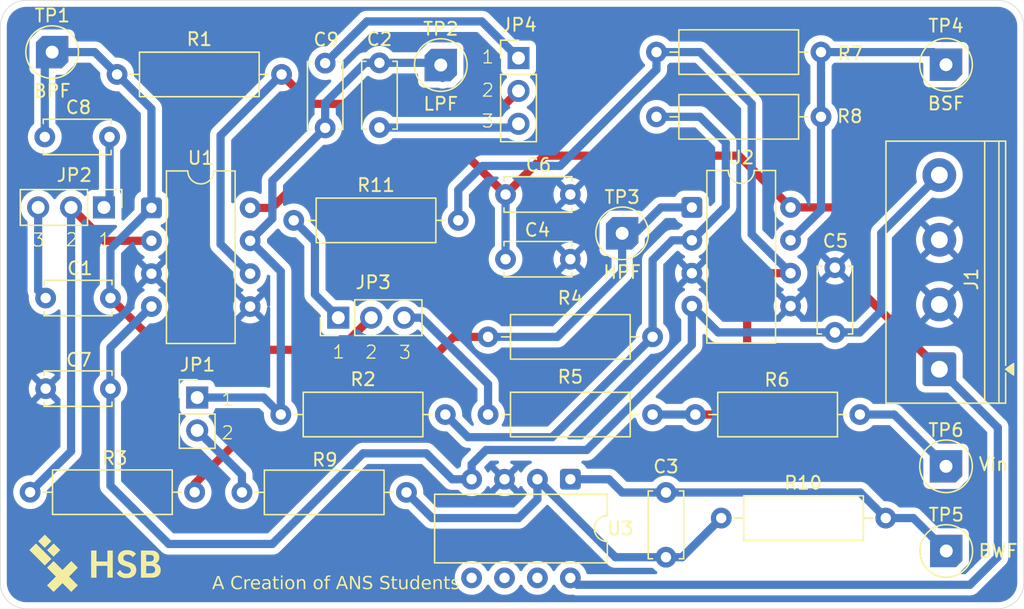
<source format=kicad_pcb>
(kicad_pcb (version 20241229) (generator "pcbnew") (generator_version "9.0")
  (layers (0 "F.Cu" signal) (2 "B.Cu" signal) (13 "F.Paste" user) (15 "B.Paste" user) (5 "F.SilkS" user "F.Silkscreen") (7 "B.SilkS" user "B.Silkscreen") (1 "F.Mask" user) (3 "B.Mask" user) (25 "Edge.Cuts" user))
  (net 0 "")
  (net 1 "Net-(JP2-B)")
  (net 2 "Net-(U2B--)")
  (net 3 "Net-(U3A--)")
  (net 4 "Bout")
  (net 5 "Net-(U2A--)")
  (net 6 "Net-(JP4-B)")
  (net 7 "GND")
  (net 8 "BPF")
  (net 9 "LPF")
  (net 10 "+10V")
  (net 11 "-10V")
  (net 12 "Net-(JP1-B)")
  (net 13 "HPF")
  (net 14 "BSF")
  (net 15 "Vin")
  (net 16 "Net-(JP3-B)")
  (net 17 "Net-(JP3-A)")
  (net 18 "Net-(JP2-A)")
  (net 19 "Net-(JP4-A)")
  (net 20 "Net-(JP2-C)")
  (net 21 "Net-(JP4-C)")
  (footprint "000_Often_Used_Footprints:TestPoint" (layer "F.Cu") (at 97 54)
    (property "Reference" "TP1" (hide yes))
    (property "Value" "BPF" (at 0 3 0) (layer "F.SilkS"))
    (fp_text user "${REFERENCE}" (at 0.011285 -2.819433 0) (layer "F.SilkS"))
    (pad "1" thru_hole roundrect (at 0 0) (size 2.5 2.5) (drill 1) (layers "*.Cu" "*.Mask") (roundrect_rratio 0) (chamfer_ratio 0.2) (chamfer top_left bottom_right) (net 8 "BPF"))
  )
  (footprint "Capacitor_THT:C_Disc_D5.0mm_W2.5mm_P5.00mm" (layer "F.Cu") (at 137 70 180)
    (property "Reference" "C4" (at 2.541703 2.253923 0) (layer "F.SilkS"))
    (property "Value" "100n" (hide yes))
    (pad "1" thru_hole circle (at 0 0 180) (size 1.6 1.6) (drill 0.8) (layers "*.Cu" "*.Mask") (net 7 "GND"))
    (pad "2" thru_hole circle (at 5 0 180) (size 1.6 1.6) (drill 0.8) (layers "*.Cu" "*.Mask") (net 10 "+10V"))
  )
  (footprint "Resistor_THT:R_Axial_DIN0309_L9.0mm_D3.2mm_P12.70mm_Horizontal" (layer "F.Cu") (at 148.65 90)
    (property "Reference" "R10" (at 6.316143 -2.717864 0) (layer "F.SilkS"))
    (property "Value" "{Rval}" (hide yes))
    (pad "1" thru_hole circle (at 0 0) (size 1.6 1.6) (drill 0.8) (layers "*.Cu" "*.Mask") (net 3 "Net-(U3A--)"))
    (pad "2" thru_hole circle (at 12.7 0) (size 1.6 1.6) (drill 0.8) (layers "*.Cu" "*.Mask") (net 4 "Bout"))
  )
  (footprint "Resistor_THT:R_Axial_DIN0309_L9.0mm_D3.2mm_P12.70mm_Horizontal" (layer "F.Cu") (at 102.011483 55.725107)
    (property "Reference" "R1" (at 6.35 -2.72 0) (layer "F.SilkS"))
    (property "Value" "{Rval}" (hide yes))
    (pad "1" thru_hole circle (at 0 0) (size 1.6 1.6) (drill 0.8) (layers "*.Cu" "*.Mask") (net 8 "BPF"))
    (pad "2" thru_hole circle (at 12.7 0) (size 1.6 1.6) (drill 0.8) (layers "*.Cu" "*.Mask") (net 21 "Net-(JP4-C)"))
  )
  (footprint "Resistor_THT:R_Axial_DIN0309_L9.0mm_D3.2mm_P12.70mm_Horizontal" (layer "F.Cu") (at 111.65 88.01446)
    (property "Reference" "R9" (at 6.40202 -2.511021 0) (layer "F.SilkS"))
    (property "Value" "{Rval}" (hide yes))
    (pad "1" thru_hole circle (at 0 0) (size 1.6 1.6) (drill 0.8) (layers "*.Cu" "*.Mask") (net 12 "Net-(JP1-B)"))
    (pad "2" thru_hole circle (at 12.7 0) (size 1.6 1.6) (drill 0.8) (layers "*.Cu" "*.Mask") (net 3 "Net-(U3A--)"))
  )
  (footprint "Capacitor_THT:C_Disc_D5.0mm_W2.5mm_P5.00mm" (layer "F.Cu") (at 101.5 80 180)
    (property "Reference" "C7" (at 2.434796 2.220694 180) (layer "F.SilkS"))
    (property "Value" "100n" (hide yes))
    (pad "1" thru_hole circle (at 0 0 180) (size 1.6 1.6) (drill 0.8) (layers "*.Cu" "*.Mask") (net 11 "-10V"))
    (pad "2" thru_hole circle (at 5 0 180) (size 1.6 1.6) (drill 0.8) (layers "*.Cu" "*.Mask") (net 7 "GND"))
  )
  (footprint "000_Often_Used_Footprints:TestPoint" (layer "F.Cu") (at 166 86)
    (property "Reference" "TP6" (hide yes))
    (property "Value" "Vin" (at 3.65649 -0.162055 0) (layer "F.SilkS"))
    (fp_text user "${REFERENCE}" (at 0 -2.794 0) (layer "F.SilkS"))
    (pad "1" thru_hole roundrect (at 0 0) (size 2.5 2.5) (drill 1) (layers "*.Cu" "*.Mask") (roundrect_rratio 0) (chamfer_ratio 0.2) (chamfer top_left bottom_right) (net 15 "Vin"))
  )
  (footprint "000_Often_Used_Footprints:TestPoint" (layer "F.Cu") (at 166.021252 92.540084)
    (property "Reference" "TP5" (hide yes))
    (property "Value" "BWF" (at 4 0 0) (layer "F.SilkS"))
    (fp_text user "${REFERENCE}" (at 0 -2.794 0) (layer "F.SilkS"))
    (pad "1" thru_hole roundrect (at 0 0) (size 2.5 2.5) (drill 1) (layers "*.Cu" "*.Mask") (roundrect_rratio 0) (chamfer_ratio 0.2) (chamfer top_left bottom_right) (net 4 "Bout"))
  )
  (footprint "TerminalBlock_Phoenix:TerminalBlock_Phoenix_PT-1,5-4-5.0-H_1x04_P5.00mm_Horizontal" (layer "F.Cu") (at 165.485449 78.5 90)
    (property "Reference" "J1" (at 6.956003 2.475024 90) (layer "F.SilkS"))
    (property "Value" "Screw_Terminal_01x04" (hide yes))
    (pad "1" thru_hole roundrect (at 0 0 90) (size 2.6 2.6) (drill 1.3) (layers "*.Cu" "*.Mask") (roundrect_rratio 0.096154) (net 10 "+10V"))
    (pad "2" thru_hole circle (at 5 0 90) (size 2.6 2.6) (drill 1.3) (layers "*.Cu" "*.Mask") (net 7 "GND"))
    (pad "3" thru_hole circle (at 10 0 90) (size 2.6 2.6) (drill 1.3) (layers "*.Cu" "*.Mask") (net 7 "GND"))
    (pad "4" thru_hole circle (at 15 0 90) (size 2.6 2.6) (drill 1.3) (layers "*.Cu" "*.Mask") (net 11 "-10V"))
  )
  (footprint "Resistor_THT:R_Axial_DIN0309_L9.0mm_D3.2mm_P12.70mm_Horizontal" (layer "F.Cu") (at 115.65 67)
    (property "Reference" "R11" (at 6.35 -2.72 0) (layer "F.SilkS"))
    (property "Value" "{Rval}" (hide yes))
    (pad "1" thru_hole circle (at 0 0) (size 1.6 1.6) (drill 0.8) (layers "*.Cu" "*.Mask") (net 17 "Net-(JP3-A)"))
    (pad "2" thru_hole circle (at 12.7 0) (size 1.6 1.6) (drill 0.8) (layers "*.Cu" "*.Mask") (net 2 "Net-(U2B--)"))
  )
  (footprint "Resistor_THT:R_Axial_DIN0309_L9.0mm_D3.2mm_P12.70mm_Horizontal" (layer "F.Cu") (at 143.65 54)
    (property "Reference" "R7" (at 14.966294 0.097162 0) (layer "F.SilkS"))
    (property "Value" "{Rval}" (hide yes))
    (pad "1" thru_hole circle (at 0 0) (size 1.6 1.6) (drill 0.8) (layers "*.Cu" "*.Mask") (net 2 "Net-(U2B--)"))
    (pad "2" thru_hole circle (at 12.7 0) (size 1.6 1.6) (drill 0.8) (layers "*.Cu" "*.Mask") (net 14 "BSF"))
  )
  (footprint "Capacitor_THT:C_Disc_D5.0mm_W2.5mm_P5.00mm" (layer "F.Cu") (at 122.26505 59.830099 90)
    (property "Reference" "C2" (at 6.830099 0 180) (layer "F.SilkS"))
    (property "Value" "{Cval}" (hide yes))
    (pad "1" thru_hole circle (at 0 0 90) (size 1.6 1.6) (drill 0.8) (layers "*.Cu" "*.Mask") (net 6 "Net-(JP4-B)"))
    (pad "2" thru_hole circle (at 5 0 90) (size 1.6 1.6) (drill 0.8) (layers "*.Cu" "*.Mask") (net 9 "LPF"))
  )
  (footprint "Connector_PinHeader_2.54mm:PinHeader_1x03_P2.54mm_Vertical" (layer "F.Cu") (at 119.088045 74.517546 90)
    (property "Reference" "JP3" (at 2.72544 2.696451 180) (layer "F.SilkS"))
    (property "Value" "Jumper_3_Open" (hide yes))
    (pad "1" thru_hole rect (at 0 0 90) (size 1.7 1.7) (drill 1) (layers "*.Cu" "*.Mask") (net 17 "Net-(JP3-A)"))
    (pad "2" thru_hole circle (at 0 2.54 90) (size 1.7 1.7) (drill 1) (layers "*.Cu" "*.Mask") (net 8 "BPF"))
    (pad "3" thru_hole circle (at 0 5.08 90) (size 1.7 1.7) (drill 1) (layers "*.Cu" "*.Mask") (net 16 "Net-(JP3-B)"))
  )
  (footprint "Resistor_THT:R_Axial_DIN0309_L9.0mm_D3.2mm_P12.70mm_Horizontal" (layer "F.Cu") (at 130.65 82)
    (property "Reference" "R5" (at 6.35 -2.908276 0) (layer "F.SilkS"))
    (property "Value" "{Rval}" (hide yes))
    (pad "1" thru_hole circle (at 0 0) (size 1.6 1.6) (drill 0.8) (layers "*.Cu" "*.Mask") (net 16 "Net-(JP3-B)"))
    (pad "2" thru_hole circle (at 12.7 0) (size 1.6 1.6) (drill 0.8) (layers "*.Cu" "*.Mask") (net 2 "Net-(U2B--)"))
  )
  (footprint "Capacitor_THT:C_Disc_D5.0mm_W2.5mm_P5.00mm" (layer "F.Cu") (at 157.42425 75.655635 90)
    (property "Reference" "C5" (at 7.062142 0.040373 180) (layer "F.SilkS"))
    (property "Value" "100n" (hide yes))
    (pad "1" thru_hole circle (at 0 0 90) (size 1.6 1.6) (drill 0.8) (layers "*.Cu" "*.Mask") (net 11 "-10V"))
    (pad "2" thru_hole circle (at 5 0 90) (size 1.6 1.6) (drill 0.8) (layers "*.Cu" "*.Mask") (net 7 "GND"))
  )
  (footprint "000_Often_Used_Footprints:TestPoint" (layer "F.Cu") (at 141 68)
    (property "Reference" "TP3" (hide yes))
    (property "Value" "HPF" (at 0 3 0) (layer "F.SilkS"))
    (fp_text user "${REFERENCE}" (at 0 -2.794 0) (layer "F.SilkS"))
    (pad "1" thru_hole roundrect (at 0 0) (size 2.5 2.5) (drill 1) (layers "*.Cu" "*.Mask") (roundrect_rratio 0) (chamfer_ratio 0.2) (chamfer top_left bottom_right) (net 13 "HPF"))
  )
  (footprint "Package_DIP:CERDIP-8_W7.62mm_SideBrazed" (layer "F.Cu") (at 137 87 -90)
    (property "Reference" "U3" (at 3.81 -3.855 180) (layer "F.SilkS"))
    (property "Value" "TL082")
    (pad "1" thru_hole roundrect (at 0 0 270) (size 1.6 1.6) (drill 0.8) (layers "*.Cu" "*.Mask") (roundrect_rratio 0.15625) (net 4 "Bout"))
    (pad "2" thru_hole circle (at 0 2.54 270) (size 1.6 1.6) (drill 0.8) (layers "*.Cu" "*.Mask") (net 3 "Net-(U3A--)"))
    (pad "3" thru_hole circle (at 0 5.08 270) (size 1.6 1.6) (drill 0.8) (layers "*.Cu" "*.Mask") (net 7 "GND"))
    (pad "4" thru_hole circle (at 0 7.62 270) (size 1.6 1.6) (drill 0.8) (layers "*.Cu" "*.Mask") (net 11 "-10V"))
    (pad "5" thru_hole circle (at 7.62 7.62 270) (size 1.6 1.6) (drill 0.8) (layers "*.Cu" "*.Mask"))
    (pad "6" thru_hole circle (at 7.62 5.08 270) (size 1.6 1.6) (drill 0.8) (layers "*.Cu" "*.Mask"))
    (pad "7" thru_hole circle (at 7.62 2.54 270) (size 1.6 1.6) (drill 0.8) (layers "*.Cu" "*.Mask"))
    (pad "8" thru_hole circle (at 7.62 0 270) (size 1.6 1.6) (drill 0.8) (layers "*.Cu" "*.Mask") (net 10 "+10V"))
  )
  (footprint "Capacitor_THT:C_Disc_D5.0mm_W2.5mm_P5.00mm" (layer "F.Cu") (at 96.5 73)
    (property "Reference" "C1" (at 2.645457 -2.292918 0) (layer "F.SilkS"))
    (property "Value" "{Cval}" (hide yes))
    (pad "1" thru_hole circle (at 0 0) (size 1.6 1.6) (drill 0.8) (layers "*.Cu" "*.Mask") (net 1 "Net-(JP2-B)"))
    (pad "2" thru_hole circle (at 5 0) (size 1.6 1.6) (drill 0.8) (layers "*.Cu" "*.Mask") (net 8 "BPF"))
  )
  (footprint "Capacitor_THT:C_Disc_D5.0mm_W2.5mm_P5.00mm" (layer "F.Cu") (at 118.075321 54.855492 -90)
    (property "Reference" "C9" (at -1.822149 -0.078303 180) (layer "F.SilkS"))
    (property "Value" "{Cval}" (hide yes))
    (pad "1" thru_hole circle (at 0 0 270) (size 1.6 1.6) (drill 0.8) (layers "*.Cu" "*.Mask") (net 19 "Net-(JP4-A)"))
    (pad "2" thru_hole circle (at 5 0 270) (size 1.6 1.6) (drill 0.8) (layers "*.Cu" "*.Mask") (net 9 "LPF"))
  )
  (footprint "Capacitor_THT:C_Disc_D5.0mm_W2.5mm_P5.00mm" (layer "F.Cu") (at 101.432241 60.554779 180)
    (property "Reference" "C8" (at 2.399571 2.285307 0) (layer "F.SilkS"))
    (property "Value" "{Cval}" (hide yes))
    (pad "1" thru_hole circle (at 0 0 180) (size 1.6 1.6) (drill 0.8) (layers "*.Cu" "*.Mask") (net 18 "Net-(JP2-A)"))
    (pad "2" thru_hole circle (at 5 0 180) (size 1.6 1.6) (drill 0.8) (layers "*.Cu" "*.Mask") (net 8 "BPF"))
  )
  (footprint "Connector_PinHeader_2.54mm:PinHeader_1x03_P2.54mm_Vertical" (layer "F.Cu") (at 133 54.46)
    (property "Reference" "JP4" (at 0.045142 -2.56103 0) (layer "F.SilkS"))
    (property "Value" "Jumper_3_Open" (hide yes))
    (pad "1" thru_hole rect (at 0 0) (size 1.7 1.7) (drill 1) (layers "*.Cu" "*.Mask") (net 19 "Net-(JP4-A)"))
    (pad "2" thru_hole circle (at 0 2.54) (size 1.7 1.7) (drill 1) (layers "*.Cu" "*.Mask") (net 21 "Net-(JP4-C)"))
    (pad "3" thru_hole circle (at 0 5.08) (size 1.7 1.7) (drill 1) (layers "*.Cu" "*.Mask") (net 6 "Net-(JP4-B)"))
  )
  (footprint "Resistor_THT:R_Axial_DIN0309_L9.0mm_D3.2mm_P12.70mm_Horizontal" (layer "F.Cu") (at 156.35 59 180)
    (property "Reference" "R8" (at -2.220511 0.040373 0) (layer "F.SilkS"))
    (property "Value" "{Rval}" (hide yes))
    (pad "1" thru_hole circle (at 0 0 180) (size 1.6 1.6) (drill 0.8) (layers "*.Cu" "*.Mask") (net 14 "BSF"))
    (pad "2" thru_hole circle (at 12.7 0 180) (size 1.6 1.6) (drill 0.8) (layers "*.Cu" "*.Mask") (net 5 "Net-(U2A--)"))
  )
  (footprint "Package_DIP:CERDIP-8_W7.62mm_SideBrazed" (layer "F.Cu") (at 146.38 66)
    (property "Reference" "U2" (at 3.81 -3.855 0) (layer "F.SilkS"))
    (property "Value" "TL082")
    (pad "1" thru_hole roundrect (at 0 0) (size 1.6 1.6) (drill 0.8) (layers "*.Cu" "*.Mask") (roundrect_rratio 0.15625) (net 13 "HPF"))
    (pad "2" thru_hole circle (at 0 2.54) (size 1.6 1.6) (drill 0.8) (layers "*.Cu" "*.Mask") (net 5 "Net-(U2A--)"))
    (pad "3" thru_hole circle (at 0 5.08) (size 1.6 1.6) (drill 0.8) (layers "*.Cu" "*.Mask") (net 7 "GND"))
    (pad "4" thru_hole circle (at 0 7.62) (size 1.6 1.6) (drill 0.8) (layers "*.Cu" "*.Mask") (net 11 "-10V"))
    (pad "5" thru_hole circle (at 7.62 7.62) (size 1.6 1.6) (drill 0.8) (layers "*.Cu" "*.Mask") (net 7 "GND"))
    (pad "6" thru_hole circle (at 7.62 5.08) (size 1.6 1.6) (drill 0.8) (layers "*.Cu" "*.Mask") (net 2 "Net-(U2B--)"))
    (pad "7" thru_hole circle (at 7.62 2.54) (size 1.6 1.6) (drill 0.8) (layers "*.Cu" "*.Mask") (net 14 "BSF"))
    (pad "8" thru_hole circle (at 7.62 0) (size 1.6 1.6) (drill 0.8) (layers "*.Cu" "*.Mask") (net 10 "+10V"))
  )
  (footprint "Package_DIP:CERDIP-8_W7.62mm_SideBrazed" (layer "F.Cu") (at 104.66407 66.036329)
    (property "Reference" "U1" (at 3.81 -3.855 0) (layer "F.SilkS"))
    (property "Value" "TL082")
    (pad "1" thru_hole roundrect (at 0 0) (size 1.6 1.6) (drill 0.8) (layers "*.Cu" "*.Mask") (roundrect_rratio 0.15625) (net 8 "BPF"))
    (pad "2" thru_hole circle (at 0 2.54) (size 1.6 1.6) (drill 0.8) (layers "*.Cu" "*.Mask") (net 20 "Net-(JP2-C)"))
    (pad "3" thru_hole circle (at 0 5.08) (size 1.6 1.6) (drill 0.8) (layers "*.Cu" "*.Mask") (net 7 "GND"))
    (pad "4" thru_hole circle (at 0 7.62) (size 1.6 1.6) (drill 0.8) (layers "*.Cu" "*.Mask") (net 11 "-10V"))
    (pad "5" thru_hole circle (at 7.62 7.62) (size 1.6 1.6) (drill 0.8) (layers "*.Cu" "*.Mask") (net 7 "GND"))
    (pad "6" thru_hole circle (at 7.62 5.08) (size 1.6 1.6) (drill 0.8) (layers "*.Cu" "*.Mask") (net 21 "Net-(JP4-C)"))
    (pad "7" thru_hole circle (at 7.62 2.54) (size 1.6 1.6) (drill 0.8) (layers "*.Cu" "*.Mask") (net 9 "LPF"))
    (pad "8" thru_hole circle (at 7.62 0) (size 1.6 1.6) (drill 0.8) (layers "*.Cu" "*.Mask") (net 10 "+10V"))
  )
  (footprint "Connector_PinHeader_2.54mm:PinHeader_1x02_P2.54mm_Vertical" (layer "F.Cu") (at 108.196292 80.687103)
    (property "Reference" "JP1" (at 0.02501 -2.533513 0) (layer "F.SilkS"))
    (property "Value" "r=10" (hide yes))
    (pad "1" thru_hole rect (at 0 0) (size 1.7 1.7) (drill 1) (layers "*.Cu" "*.Mask") (net 9 "LPF"))
    (pad "2" thru_hole circle (at 0 2.54) (size 1.7 1.7) (drill 1) (layers "*.Cu" "*.Mask") (net 12 "Net-(JP1-B)"))
  )
  (footprint "Resistor_THT:R_Axial_DIN0309_L9.0mm_D3.2mm_P12.70mm_Horizontal" (layer "F.Cu") (at 143.35 76 180)
    (property "Reference" "R4" (at 6.35 3 0) (layer "F.SilkS"))
    (property "Value" "{Rval}" (hide yes))
    (pad "1" thru_hole circle (at 0 0 180) (size 1.6 1.6) (drill 0.8) (layers "*.Cu" "*.Mask") (net 5 "Net-(U2A--)"))
    (pad "2" thru_hole circle (at 12.7 0 180) (size 1.6 1.6) (drill 0.8) (layers "*.Cu" "*.Mask") (net 13 "HPF"))
  )
  (footprint "Resistor_THT:R_Axial_DIN0309_L9.0mm_D3.2mm_P12.70mm_Horizontal" (layer "F.Cu") (at 114.65 82)
    (property "Reference" "R2" (at 6.35 -2.72 0) (layer "F.SilkS"))
    (property "Value" "{Rval}" (hide yes))
    (pad "1" thru_hole circle (at 0 0) (size 1.6 1.6) (drill 0.8) (layers "*.Cu" "*.Mask") (net 9 "LPF"))
    (pad "2" thru_hole circle (at 12.7 0) (size 1.6 1.6) (drill 0.8) (layers "*.Cu" "*.Mask") (net 5 "Net-(U2A--)"))
  )
  (footprint "000_Often_Used_Footprints:hsb_logo" (layer "F.Cu") (at 100.268131 93.492785)
    (property "Reference" "G***" (hide yes))
    (property "Value" "LOGO" (hide yes))
  )
  (footprint "000_Often_Used_Footprints:TestPoint" (layer "F.Cu") (at 166 54.972325)
    (property "Reference" "TP4" (hide yes))
    (property "Value" "BSF" (at 0 3 0) (layer "F.SilkS"))
    (fp_text user "${REFERENCE}" (at 0 -3 0) (layer "F.SilkS"))
    (pad "1" thru_hole roundrect (at 0 0) (size 2.5 2.5) (drill 1) (layers "*.Cu" "*.Mask") (roundrect_rratio 0) (chamfer_ratio 0.2) (chamfer top_left bottom_right) (net 14 "BSF"))
  )
  (footprint "Resistor_THT:R_Axial_DIN0309_L9.0mm_D3.2mm_P12.70mm_Horizontal" (layer "F.Cu") (at 108 88 180)
    (property "Reference" "R3" (at 6.167429 2.625897 180) (layer "F.SilkS"))
    (property "Value" "{Rval}" (hide yes))
    (pad "1" thru_hole circle (at 0 0 180) (size 1.6 1.6) (drill 0.8) (layers "*.Cu" "*.Mask") (net 13 "HPF"))
    (pad "2" thru_hole circle (at 12.7 0 180) (size 1.6 1.6) (drill 0.8) (layers "*.Cu" "*.Mask") (net 20 "Net-(JP2-C)"))
  )
  (footprint "Capacitor_THT:C_Disc_D5.0mm_W2.5mm_P5.00mm" (layer "F.Cu") (at 137 65 180)
    (property "Reference" "C6" (at 2.457062 2.281598 0) (layer "F.SilkS"))
    (property "Value" "100n" (hide yes))
    (pad "1" thru_hole circle (at 0 0 180) (size 1.6 1.6) (drill 0.8) (layers "*.Cu" "*.Mask") (net 7 "GND"))
    (pad "2" thru_hole circle (at 5 0 180) (size 1.6 1.6) (drill 0.8) (layers "*.Cu" "*.Mask") (net 10 "+10V"))
  )
  (footprint "Resistor_THT:R_Axial_DIN0309_L9.0mm_D3.2mm_P12.70mm_Horizontal" (layer "F.Cu") (at 159.35 82 180)
    (property "Reference" "R6" (at 6.39267 2.674116 0) (layer "F.SilkS"))
    (property "Value" "{Rval}" (hide yes))
    (pad "1" thru_hole circle (at 0 0 180) (size 1.6 1.6) (drill 0.8) (layers "*.Cu" "*.Mask") (net 15 "Vin"))
    (pad "2" thru_hole circle (at 12.7 0 180) (size 1.6 1.6) (drill 0.8) (layers "*.Cu" "*.Mask") (net 2 "Net-(U2B--)"))
  )
  (footprint "Connector_PinHeader_2.54mm:PinHeader_1x03_P2.54mm_Vertical" (layer "F.Cu") (at 101 66 -90)
    (property "Reference" "JP2" (at -2.495864 2.285306 0) (layer "F.SilkS"))
    (property "Value" "Jumper_3_Open" (hide yes))
    (pad "1" thru_hole rect (at 0 0 270) (size 1.7 1.7) (drill 1) (layers "*.Cu" "*.Mask") (net 18 "Net-(JP2-A)"))
    (pad "2" thru_hole circle (at 0 2.54 270) (size 1.7 1.7) (drill 1) (layers "*.Cu" "*.Mask") (net 20 "Net-(JP2-C)"))
    (pad "3" thru_hole circle (at 0 5.08 270) (size 1.7 1.7) (drill 1) (layers "*.Cu" "*.Mask") (net 1 "Net-(JP2-B)"))
  )
  (footprint "Capacitor_THT:C_Disc_D5.0mm_W2.5mm_P5.00mm" (layer "F.Cu") (at 144.382311 88.022824 -90)
    (property "Reference" "C3" (at -2 0 180) (layer "F.SilkS"))
    (property "Value" "{Cval}" (hide yes))
    (pad "1" thru_hole circle (at 0 0 270) (size 1.6 1.6) (drill 0.8) (layers "*.Cu" "*.Mask") (net 4 "Bout"))
    (pad "2" thru_hole circle (at 5 0 270) (size 1.6 1.6) (drill 0.8) (layers "*.Cu" "*.Mask") (net 3 "Net-(U3A--)"))
  )
  (footprint "000_Often_Used_Footprints:TestPoint" (layer "F.Cu") (at 127 55)
    (property "Reference" "TP2" (hide yes))
    (property "Value" "LPF" (at 0 3 0) (layer "F.SilkS"))
    (fp_text user "${REFERENCE}" (at 0 -2.794 0) (layer "F.SilkS"))
    (pad "1" thru_hole roundrect (at 0 0) (size 2.5 2.5) (drill 1) (layers "*.Cu" "*.Mask") (roundrect_rratio 0) (chamfer_ratio 0.2) (chamfer top_left bottom_right) (net 9 "LPF"))
  )
  (gr_line (start 170 97) (end 95 97) (stroke (width 0.05)) (layer "Edge.Cuts"))
  (gr_line (start 172 52) (end 172 95) (stroke (width 0.05)) (layer "Edge.Cuts"))
  (gr_arc (start 95 97) (mid 93.585786 96.414214) (end 93 95) (stroke (width 0.05)) (layer "Edge.Cuts"))
  (gr_line (start 93 95) (end 93 52) (stroke (width 0.05)) (layer "Edge.Cuts"))
  (gr_arc (start 172 95) (mid 171.414214 96.414214) (end 170 97) (stroke (width 0.05)) (layer "Edge.Cuts"))
  (gr_arc (start 93 52) (mid 93.585786 50.585786) (end 95 50) (stroke (width 0.05)) (layer "Edge.Cuts"))
  (gr_arc (start 170 50) (mid 171.414214 50.585786) (end 172 52) (stroke (width 0.05)) (layer "Edge.Cuts"))
  (gr_line (start 95 50) (end 170 50) (stroke (width 0.05)) (layer "Edge.Cuts"))
  (gr_text "1\n" (at 130.090284 54.96063 0) (layer "F.SilkS") (effects (font (size 1 1) (thickness 0.1)) (justify left bottom)))
  (gr_text "2\n" (at 121.08835 77.766122 0) (layer "F.SilkS") (effects (font (size 1 1) (thickness 0.1)) (justify left bottom)))
  (gr_text "1\n" (at 118.570613 77.750641 0) (layer "F.SilkS") (effects (font (size 1 1) (thickness 0.1)) (justify left bottom)))
  (gr_text "2\n" (at 130.090284 57.528484 0) (layer "F.SilkS") (effects (font (size 1 1) (thickness 0.1)) (justify left bottom)))
  (gr_text "2\n" (at 97.97318 69.080741 0) (layer "F.SilkS") (effects (font (size 1 1) (thickness 0.1)) (justify left bottom)))
  (gr_text "3\n" (at 123.699054 77.781169 0) (layer "F.SilkS") (effects (font (size 1 1) (thickness 0.1)) (justify left bottom)))
  (gr_text "1\n" (at 109.995997 81.402337 0) (layer "F.SilkS") (effects (font (size 1 1) (thickness 0.1)) (justify left bottom)))
  (gr_text "A Creation of ANS Students \n" (at 109.34 95.66 0) (layer "F.SilkS") (effects (font (size 1 1) (thickness 0.125) (italic yes)) (justify left bottom)))
  (gr_text "1\n" (at 100.51241 69.080741 0) (layer "F.SilkS") (effects (font (size 1 1) (thickness 0.1)) (justify left bottom)))
  (gr_text "3\n" (at 95.408558 69.106133 0) (layer "F.SilkS") (effects (font (size 1 1) (thickness 0.1)) (justify left bottom)))
  (gr_text "3\n" (at 130.090284 59.91219 0) (layer "F.SilkS") (effects (font (size 1 1) (thickness 0.1)) (justify left bottom)))
  (gr_text "2\n" (at 110 84 0) (layer "F.SilkS") (effects (font (size 1 1) (thickness 0.1)) (justify left bottom)))
  (segment (start 95.92 72.42) (end 96.5 73) (width 0.635) (layer "B.Cu") (net 1))
  (segment (start 95.92 66) (end 95.92 72.42) (width 0.635) (layer "B.Cu") (net 1))
  (segment (start 149 82) (end 146.65 82) (width 0.635) (layer "F.Cu") (net 2))
  (segment (start 154 71.08) (end 151.92 71.08) (width 0.635) (layer "F.Cu") (net 2))
  (segment (start 151.92 71.08) (end 150.64893 72.35107) (width 0.635) (layer "F.Cu") (net 2))
  (segment (start 150.64893 72.35107) (end 150.64893 80.35107) (width 0.635) (layer "F.Cu") (net 2))
  (segment (start 150.64893 80.35107) (end 149 82) (width 0.635) (layer "F.Cu") (net 2))
  (segment (start 143.65 54) (end 147 54) (width 0.635) (layer "B.Cu") (net 2))
  (segment (start 130.206848 62.793152) (end 136.206848 62.793152) (width 0.635) (layer "B.Cu") (net 2))
  (segment (start 128.35 67) (end 128.35 64.65) (width 0.635) (layer "B.Cu") (net 2))
  (segment (start 143.65 55.35) (end 143.65 54) (width 0.635) (layer "B.Cu") (net 2))
  (segment (start 147 54) (end 151 58) (width 0.635) (layer "B.Cu") (net 2))
  (segment (start 128.35 64.65) (end 130.206848 62.793152) (width 0.635) (layer "B.Cu") (net 2))
  (segment (start 151 68.08) (end 154 71.08) (width 0.635) (layer "B.Cu") (net 2))
  (segment (start 136.206848 62.793152) (end 143.65 55.35) (width 0.635) (layer "B.Cu") (net 2))
  (segment (start 143.35 82) (end 146.65 82) (width 0.635) (layer "B.Cu") (net 2))
  (segment (start 151 58) (end 151 68.08) (width 0.635) (layer "B.Cu") (net 2))
  (segment (start 134.46 88.54) (end 134.46 87) (width 0.635) (layer "B.Cu") (net 3))
  (segment (start 144.382311 93.022824) (end 140.482824 93.022824) (width 0.635) (layer "B.Cu") (net 3))
  (segment (start 126.33554 90) (end 133 90) (width 0.635) (layer "B.Cu") (net 3))
  (segment (start 140.482824 93.022824) (end 134.46 87) (width 0.635) (layer "B.Cu") (net 3))
  (segment (start 133 90) (end 134.46 88.54) (width 0.635) (layer "B.Cu") (net 3))
  (segment (start 145.627176 93.022824) (end 148.65 90) (width 0.635) (layer "B.Cu") (net 3))
  (segment (start 144.382311 93.022824) (end 145.627176 93.022824) (width 0.635) (layer "B.Cu") (net 3))
  (segment (start 124.35 88.01446) (end 126.33554 90) (width 0.635) (layer "B.Cu") (net 3))
  (segment (start 137 87) (end 139.977176 87) (width 0.635) (layer "B.Cu") (net 4))
  (segment (start 163.481168 90) (end 166.021252 92.540084) (width 0.635) (layer "B.Cu") (net 4))
  (segment (start 141 88.022824) (end 144.382311 88.022824) (width 0.635) (layer "B.Cu") (net 4))
  (segment (start 161.35 90) (end 163.481168 90) (width 0.635) (layer "B.Cu") (net 4))
  (segment (start 144.382311 88.022824) (end 159.372824 88.022824) (width 0.635) (layer "B.Cu") (net 4))
  (segment (start 159.372824 88.022824) (end 161.35 90) (width 0.635) (layer "B.Cu") (net 4))
  (segment (start 139.977176 87) (end 141 88.022824) (width 0.635) (layer "B.Cu") (net 4))
  (segment (start 147 59) (end 149 61) (width 0.635) (layer "B.Cu") (net 5))
  (segment (start 146.38 68.54) (end 144.869702 68.54) (width 0.635) (layer "B.Cu") (net 5))
  (segment (start 149 65.92) (end 146.38 68.54) (width 0.635) (layer "B.Cu") (net 5))
  (segment (start 129.1 83.75) (end 135.6 83.75) (width 0.635) (layer "B.Cu") (net 5))
  (segment (start 143.35 70.059702) (end 143.35 76) (width 0.635) (layer "B.Cu") (net 5))
  (segment (start 149 61) (end 149 65.92) (width 0.635) (layer "B.Cu") (net 5))
  (segment (start 135.6 83.75) (end 143.35 76) (width 0.635) (layer "B.Cu") (net 5))
  (segment (start 144.869702 68.54) (end 143.35 70.059702) (width 0.635) (layer "B.Cu") (net 5))
  (segment (start 143.65 59) (end 147 59) (width 0.635) (layer "B.Cu") (net 5))
  (segment (start 127.35 82) (end 129.1 83.75) (width 0.635) (layer "B.Cu") (net 5))
  (segment (start 122.26505 59.830099) (end 132.709901 59.830099) (width 0.635) (layer "B.Cu") (net 6))
  (segment (start 132.709901 59.830099) (end 133 59.54) (width 0.635) (layer "B.Cu") (net 6))
  (segment (start 105.5 77) (end 101.5 73) (width 0.635) (layer "F.Cu") (net 8))
  (segment (start 121.628045 74.517546) (end 119.145591 77) (width 0.635) (layer "F.Cu") (net 8))
  (segment (start 119.145591 77) (end 105.5 77) (width 0.635) (layer "F.Cu") (net 8))
  (segment (start 101.5 73) (end 101.5 69.200399) (width 0.635) (layer "B.Cu") (net 8))
  (segment (start 104.66407 58.377694) (end 104.66407 66.036329) (width 0.635) (layer "B.Cu") (net 8))
  (segment (start 100.286376 54) (end 102.011483 55.725107) (width 0.635) (layer "B.Cu") (net 8))
  (segment (start 96.432241 60.554779) (end 96.432241 54.567759) (width 0.635) (layer "B.Cu") (net 8))
  (segment (start 96.432241 54.567759) (end 97 54) (width 0.635) (layer "B.Cu") (net 8))
  (segment (start 101.5 69.200399) (end 104.66407 66.036329) (width 0.635) (layer "B.Cu") (net 8))
  (segment (start 97 54) (end 100.286376 54) (width 0.635) (layer "B.Cu") (net 8))
  (segment (start 102.011483 55.725107) (end 104.66407 58.377694) (width 0.635) (layer "B.Cu") (net 8))
  (segment (start 114 63.930813) (end 114 66.860399) (width 0.635) (layer "B.Cu") (net 9))
  (segment (start 126.830099 54.830099) (end 127 55) (width 0.635) (layer "B.Cu") (net 9))
  (segment (start 114.65 70.942259) (end 112.28407 68.576329) (width 0.635) (layer "B.Cu") (net 9))
  (segment (start 113.337103 80.687103) (end 114.65 82) (width 0.635) (layer "B.Cu") (net 9))
  (segment (start 118.075321 59.855492) (end 114 63.930813) (width 0.635) (layer "B.Cu") (net 9))
  (segment (start 121.169901 54.830099) (end 118.075321 57.924679) (width 0.635) (layer "B.Cu") (net 9))
  (segment (start 122.26505 54.830099) (end 121.169901 54.830099) (width 0.635) (layer "B.Cu") (net 9))
  (segment (start 122.26505 54.830099) (end 126.830099 54.830099) (width 0.635) (layer "B.Cu") (net 9))
  (segment (start 125.96676 54.830099) (end 127.136661 56) (width 0.635) (layer "B.Cu") (net 9))
  (segment (start 108.196292 80.687103) (end 113.337103 80.687103) (width 0.635) (layer "B.Cu") (net 9))
  (segment (start 118.075321 57.924679) (end 118.075321 59.855492) (width 0.635) (layer "B.Cu") (net 9))
  (segment (start 114.65 82) (end 114.65 70.942259) (width 0.635) (layer "B.Cu") (net 9))
  (segment (start 114 66.860399) (end 112.28407 68.576329) (width 0.635) (layer "B.Cu") (net 9))
  (segment (start 150 62) (end 135 62) (width 0.635) (layer "F.Cu") (net 10))
  (segment (start 129 62) (end 132 65) (width 0.635) (layer "F.Cu") (net 10))
  (segment (start 158 66) (end 159.758598 67.758598) (width 0.635) (layer "F.Cu") (net 10))
  (segment (start 159.758598 67.758598) (end 159.758598 72.773149) (width 0.635) (layer "F.Cu") (net 10))
  (segment (start 154 66) (end 150 62) (width 0.635) (layer "F.Cu") (net 10))
  (segment (start 159.758598 72.773149) (end 165.485449 78.5) (width 0.635) (layer "F.Cu") (net 10))
  (segment (start 154 66) (end 158 66) (width 0.635) (layer "F.Cu") (net 10))
  (segment (start 113.963671 66.036329) (end 118 62) (width 0.635) (layer "F.Cu") (net 10))
  (segment (start 135 62) (end 132 65) (width 0.635) (layer "F.Cu") (net 10))
  (segment (start 112.28407 66.036329) (end 113.963671 66.036329) (width 0.635) (layer "F.Cu") (net 10))
  (segment (start 118 62) (end 129 62) (width 0.635) (layer "F.Cu") (net 10))
  (segment (start 170 83) (end 170 93) (width 0.635) (layer "B.Cu") (net 10))
  (segment (start 170 93) (end 167.84641 95.15359) (width 0.635) (layer "B.Cu") (net 10))
  (segment (start 132 65) (end 132 70) (width 0.635) (layer "B.Cu") (net 10))
  (segment (start 169.985449 83) (end 170 83) (width 0.635) (layer "B.Cu") (net 10))
  (segment (start 167.84641 95.15359) (end 137.53359 95.15359) (width 0.635) (layer "B.Cu") (net 10))
  (segment (start 165.485449 78.5) (end 169.985449 83) (width 0.635) (layer "B.Cu") (net 10))
  (segment (start 137.53359 95.15359) (end 137 94.62) (width 0.635) (layer "B.Cu") (net 10))
  (segment (start 101.5 76.820399) (end 104.66407 73.656329) (width 0.635) (layer "B.Cu") (net 11))
  (segment (start 148.415635 75.655635) (end 157.42425 75.655635) (width 0.635) (layer "B.Cu") (net 11))
  (segment (start 121 85) (end 114 92) (width 0.635) (layer "B.Cu") (net 11))
  (segment (start 157.42425 75.655635) (end 159.344365 75.655635) (width 0.635) (layer "B.Cu") (net 11))
  (segment (start 101.5 80) (end 101.5 76.820399) (width 0.635) (layer "B.Cu") (net 11))
  (segment (start 129.38 87) (end 129.38 85.85) (width 0.635) (layer "B.Cu") (net 11))
  (segment (start 114 92) (end 106 92) (width 0.635) (layer "B.Cu") (net 11))
  (segment (start 161 67.985449) (end 165.485449 63.5) (width 0.635) (layer "B.Cu") (net 11))
  (segment (start 129.38 87) (end 127.88 87) (width 0.635) (layer "B.Cu") (net 11))
  (segment (start 138.26 84.74) (end 146.38 76.62) (width 0.635) (layer "B.Cu") (net 11))
  (segment (start 106 92) (end 101.5 87.5) (width 0.635) (layer "B.Cu") (net 11))
  (segment (start 127.88 87) (end 125.88 85) (width 0.635) (layer "B.Cu") (net 11))
  (segment (start 159.344365 75.655635) (end 161 74) (width 0.635) (layer "B.Cu") (net 11))
  (segment (start 101.5 87.5) (end 101.5 80) (width 0.635) (layer "B.Cu") (net 11))
  (segment (start 130.49 84.74) (end 138.26 84.74) (width 0.635) (layer "B.Cu") (net 11))
  (segment (start 146.38 76.62) (end 146.38 73.62) (width 0.635) (layer "B.Cu") (net 11))
  (segment (start 146.38 73.62) (end 148.415635 75.655635) (width 0.635) (layer "B.Cu") (net 11))
  (segment (start 161 74) (end 161 67.985449) (width 0.635) (layer "B.Cu") (net 11))
  (segment (start 125.88 85) (end 121 85) (width 0.635) (layer "B.Cu") (net 11))
  (segment (start 129.38 85.85) (end 130.49 84.74) (width 0.635) (layer "B.Cu") (net 11))
  (segment (start 111.65 86.65) (end 111.65 88.01446) (width 0.635) (layer "B.Cu") (net 12))
  (segment (start 110 85) (end 111.65 86.65) (width 0.635) (layer "B.Cu") (net 12))
  (segment (start 109.969189 85) (end 110 85) (width 0.635) (layer "B.Cu") (net 12))
  (segment (start 108.196292 83.227103) (end 109.969189 85) (width 0.635) (layer "B.Cu") (net 12))
  (segment (start 108 88) (end 108 87.35) (width 0.635) (layer "F.Cu") (net 13))
  (segment (start 108 87.35) (end 111.02 84.33) (width 0.635) (layer "F.Cu") (net 13))
  (segment (start 119.67 84.33) (end 128 76) (width 0.635) (layer "F.Cu") (net 13))
  (segment (start 128 76) (end 130.65 76) (width 0.635) (layer "F.Cu") (net 13))
  (segment (start 111.02 84.33) (end 119.67 84.33) (width 0.635) (layer "F.Cu") (net 13))
  (segment (start 141 71) (end 136 76) (width 0.635) (layer "B.Cu") (net 13))
  (segment (start 142 68) (end 144 66) (width 0.635) (layer "B.Cu") (net 13))
  (segment (start 144 66) (end 146.38 66) (width 0.635) (layer "B.Cu") (net 13))
  (segment (start 141 68) (end 142 68) (width 0.635) (layer "B.Cu") (net 13))
  (segment (start 141 68) (end 141 71) (width 0.635) (layer "B.Cu") (net 13))
  (segment (start 136 76) (end 130.65 76) (width 0.635) (layer "B.Cu") (net 13))
  (segment (start 156.35 66.19) (end 156.35 59) (width 0.635) (layer "B.Cu") (net 14))
  (segment (start 165.027675 54) (end 166 54.972325) (width 0.635) (layer "B.Cu") (net 14))
  (segment (start 156.35 54) (end 165.027675 54) (width 0.635) (layer "B.Cu") (net 14))
  (segment (start 154 68.54) (end 156.35 66.19) (width 0.635) (layer "B.Cu") (net 14))
  (segment (start 156.35 54) (end 156.35 59) (width 0.635) (layer "B.Cu") (net 14))
  (segment (start 159.35 82) (end 162 82) (width 0.635) (layer "B.Cu") (net 15))
  (segment (start 162 82) (end 166 86) (width 0.635) (layer "B.Cu") (net 15))
  (segment (start 125.517546 74.517546) (end 130.65 79.65) (width 0.635) (layer "B.Cu") (net 16))
  (segment (start 124.168045 74.517546) (end 125.517546 74.517546) (width 0.635) (layer "B.Cu") (net 16))
  (segment (start 130.65 79.65) (end 130.65 82) (width 0.635) (layer "B.Cu") (net 16))
  (segment (start 117.285249 72.71475) (end 119.088045 74.517546) (width 0.635) (layer "B.Cu") (net 17))
  (segment (start 117.285249 68.635249) (end 117.285249 72.71475) (width 0.635) (layer "B.Cu") (net 17))
  (segment (start 115.65 67) (end 117.285249 68.635249) (width 0.635) (layer "B.Cu") (net 17))
  (segment (start 101.432241 60.554779) (end 101.432241 65.567759) (width 0.635) (layer "B.Cu") (net 18))
  (segment (start 101.432241 65.567759) (end 101 66) (width 0.635) (layer "B.Cu") (net 18))
  (segment (start 121.303234 51.627579) (end 130.167579 51.627579) (width 0.635) (layer "B.Cu") (net 19))
  (segment (start 118.075321 54.855492) (end 121.303234 51.627579) (width 0.635) (layer "B.Cu") (net 19))
  (segment (start 130.167579 51.627579) (end 133 54.46) (width 0.635) (layer "B.Cu") (net 19))
  (segment (start 101.036329 68.576329) (end 104.66407 68.576329) (width 0.635) (layer "F.Cu") (net 20))
  (segment (start 98.46 66) (end 101.036329 68.576329) (width 0.635) (layer "F.Cu") (net 20))
  (segment (start 98.46 66) (end 98.46 84.84) (width 0.635) (layer "B.Cu") (net 20))
  (segment (start 98.46 84.84) (end 95.3 88) (width 0.635) (layer "B.Cu") (net 20))
  (segment (start 132 58) (end 133 57) (width 0.635) (layer "F.Cu") (net 21))
  (segment (start 116.986376 58) (end 132 58) (width 0.635) (layer "F.Cu") (net 21))
  (segment (start 114.711483 55.725107) (end 116.986376 58) (width 0.635) (layer "F.Cu") (net 21))
  (segment (start 110 60.43659) (end 110 68.832259) (width 0.635) (layer "B.Cu") (net 21))
  (segment (start 110 68.832259) (end 112.28407 71.116329) (width 0.635) (layer "B.Cu") (net 21))
  (segment (start 114.711483 55.725107) (end 110 60.43659) (width 0.635) (layer "B.Cu") (net 21))
  (zone (net 7) (net_name "GND") (layer "B.Cu") (connect_pads (clearance 0.5)) (min_thickness 0.25) (fill yes (thermal_gap 0.5) (thermal_bridge_width 0.5))
    (polygon (pts (xy 93 50) (xy 93 97) (xy 172 97) (xy 172 50)))
  )
)
</source>
